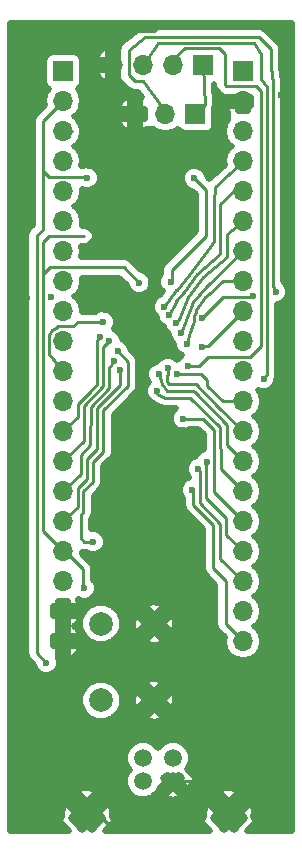
<source format=gbr>
G04 #@! TF.FileFunction,Copper,L2,Bot,Signal*
%FSLAX46Y46*%
G04 Gerber Fmt 4.6, Leading zero omitted, Abs format (unit mm)*
G04 Created by KiCad (PCBNEW 4.0.7) date 10/06/20 21:35:31*
%MOMM*%
%LPD*%
G01*
G04 APERTURE LIST*
%ADD10C,0.100000*%
%ADD11R,1.700000X1.700000*%
%ADD12O,1.700000X1.700000*%
%ADD13C,2.000000*%
%ADD14C,1.520000*%
%ADD15C,2.700000*%
%ADD16C,0.600000*%
%ADD17C,0.250000*%
%ADD18C,0.350000*%
%ADD19C,0.500000*%
G04 APERTURE END LIST*
D10*
D11*
X61110000Y-34158000D03*
D12*
X61110000Y-36698000D03*
X61110000Y-39238000D03*
X61110000Y-41778000D03*
X61110000Y-44318000D03*
X61110000Y-46858000D03*
X61110000Y-49398000D03*
X61110000Y-51938000D03*
X61110000Y-54478000D03*
X61110000Y-57018000D03*
X61110000Y-59558000D03*
X61110000Y-62098000D03*
X61110000Y-64638000D03*
X61110000Y-67178000D03*
X61110000Y-69718000D03*
X61110000Y-72258000D03*
X61110000Y-74798000D03*
X61110000Y-77338000D03*
X61110000Y-79878000D03*
X61110000Y-82418000D03*
D13*
X68828000Y-87416000D03*
X64328000Y-87416000D03*
X68828000Y-80916000D03*
X64328000Y-80916000D03*
D11*
X76350000Y-34158000D03*
D12*
X76350000Y-36698000D03*
X76350000Y-39238000D03*
X76350000Y-41778000D03*
X76350000Y-44318000D03*
X76350000Y-46858000D03*
X76350000Y-49398000D03*
X76350000Y-51938000D03*
X76350000Y-54478000D03*
X76350000Y-57018000D03*
X76350000Y-59558000D03*
X76350000Y-62098000D03*
X76350000Y-64638000D03*
X76350000Y-67178000D03*
X76350000Y-69718000D03*
X76350000Y-72258000D03*
X76350000Y-74798000D03*
X76350000Y-77338000D03*
X76350000Y-79878000D03*
X76350000Y-82418000D03*
D11*
X72974200Y-33591500D03*
D12*
X70434200Y-33591500D03*
X67894200Y-33591500D03*
X65354200Y-33591500D03*
D14*
X67868000Y-92276000D03*
X70408000Y-92276000D03*
X70408000Y-94276000D03*
X67868000Y-94276000D03*
D15*
X63138000Y-96976000D03*
X75138000Y-96976000D03*
D11*
X72298000Y-37776000D03*
D12*
X69758000Y-37776000D03*
X67218000Y-37776000D03*
D16*
X59698000Y-84226000D03*
X63144400Y-43180000D03*
X72218000Y-43216000D03*
X70231000Y-52006500D03*
X71788000Y-40796000D03*
X74368000Y-41326000D03*
X71798000Y-97776000D03*
X68298000Y-98276000D03*
X65298000Y-98276000D03*
X73798000Y-94276000D03*
X76798000Y-94276000D03*
X78798000Y-93276000D03*
X80298000Y-90776000D03*
X80298000Y-87776000D03*
X80298000Y-84776000D03*
X80298000Y-80776000D03*
X80298000Y-78276000D03*
X80298000Y-75776000D03*
X80298000Y-73276000D03*
X80298000Y-70776000D03*
X80298000Y-68276000D03*
X80298000Y-66276000D03*
X80298000Y-63276000D03*
X80298000Y-60776000D03*
X80298000Y-58276000D03*
X80298000Y-55776000D03*
X80298000Y-50776000D03*
X80298000Y-48276000D03*
X80298000Y-45776000D03*
X79798000Y-42776000D03*
X79798000Y-40276000D03*
X79798000Y-38276000D03*
X79798000Y-35276000D03*
X79798000Y-32776000D03*
X78798000Y-30776000D03*
X76298000Y-30276000D03*
X74298000Y-30276000D03*
X71798000Y-30276000D03*
X69298000Y-30276000D03*
X66298000Y-30776000D03*
X63298000Y-30776000D03*
X60798000Y-31276000D03*
X58798000Y-31276000D03*
X57798000Y-32276000D03*
X57298000Y-35276000D03*
X57298000Y-38776000D03*
X57298000Y-40276000D03*
X57298000Y-42276000D03*
X57798000Y-45776000D03*
X57298000Y-48276000D03*
X56798000Y-50776000D03*
X56798000Y-53276000D03*
X56798000Y-55776000D03*
X57298000Y-58276000D03*
X57298000Y-60776000D03*
X57298000Y-63276000D03*
X56798000Y-65776000D03*
X57298000Y-68276000D03*
X57298000Y-70776000D03*
X57298000Y-73276000D03*
X57298000Y-76276000D03*
X56798000Y-78276000D03*
X57298000Y-81276000D03*
X57298000Y-83776000D03*
X56798000Y-86276000D03*
X56798000Y-89276000D03*
X56798000Y-92776000D03*
X57298000Y-94776000D03*
X58298000Y-95776000D03*
X60298000Y-96276000D03*
X66248000Y-79776000D03*
X66648000Y-75226000D03*
X64098000Y-71176000D03*
X65698000Y-69226000D03*
X61238000Y-89826000D03*
X72038000Y-84616000D03*
X73728000Y-84136000D03*
X71228000Y-64526000D03*
X71238000Y-65866000D03*
X79578000Y-36166000D03*
X63628000Y-37146000D03*
X71338000Y-48626000D03*
X71758000Y-46186000D03*
X68938000Y-49496000D03*
X65138000Y-47346000D03*
X63948000Y-46996000D03*
X67738000Y-48116000D03*
X68755260Y-53378100D03*
X65786000Y-52451000D03*
X67691000Y-55245000D03*
X58039000Y-53340000D03*
X60045600Y-53238400D03*
X64307720Y-52430680D03*
X62898000Y-77926000D03*
X67538000Y-52056000D03*
X71691500Y-59118500D03*
X78079600Y-60198000D03*
X69667120Y-54099460D03*
X70065900Y-54808120D03*
X70627240Y-55471060D03*
X71564500Y-57218580D03*
X72862440Y-57538620D03*
X64516000Y-55372000D03*
X70739000Y-59817000D03*
X64262000Y-56642000D03*
X69977000Y-59309000D03*
X65024000Y-56959500D03*
X69215000Y-59817000D03*
X65405000Y-58674000D03*
X69088000Y-61214000D03*
X65913000Y-59436000D03*
X71297800Y-63550800D03*
X73253600Y-67208400D03*
X72542400Y-67818000D03*
X72034400Y-69596000D03*
X79128000Y-52806000D03*
X72890380Y-55024020D03*
X77216000Y-53187600D03*
X71107300Y-56339740D03*
X63648000Y-73976000D03*
X65722500Y-57848500D03*
D17*
X58877200Y-83386000D02*
X58877200Y-83405200D01*
X58877200Y-83405200D02*
X59698000Y-84226000D01*
X58877200Y-48056800D02*
X58877200Y-83386000D01*
X73215500Y-45096000D02*
X73215500Y-44213500D01*
X59436000Y-42570400D02*
X59436000Y-42316400D01*
X59944000Y-43078400D02*
X59436000Y-42570400D01*
X63042800Y-43078400D02*
X59944000Y-43078400D01*
X63144400Y-43180000D02*
X63042800Y-43078400D01*
X73215500Y-44213500D02*
X72218000Y-43216000D01*
X73215500Y-48069500D02*
X73215500Y-45096000D01*
X73215500Y-45096000D02*
X73215500Y-44894500D01*
X70231000Y-52006500D02*
X70294500Y-51943000D01*
X70294500Y-51943000D02*
X70294500Y-50990500D01*
X70294500Y-50990500D02*
X73215500Y-48069500D01*
X59436000Y-47498000D02*
X58877200Y-48056800D01*
X59436000Y-42316400D02*
X59436000Y-47498000D01*
X59436000Y-38372000D02*
X61110000Y-36698000D01*
X59436000Y-42316400D02*
X59436000Y-38372000D01*
X63138000Y-96976000D02*
X63998000Y-96976000D01*
X63998000Y-96976000D02*
X65298000Y-98276000D01*
X68798000Y-97776000D02*
X71798000Y-97776000D01*
X68298000Y-98276000D02*
X68798000Y-97776000D01*
X76798000Y-94276000D02*
X77798000Y-93276000D01*
X77798000Y-93276000D02*
X78798000Y-93276000D01*
X80298000Y-90776000D02*
X80298000Y-87776000D01*
X80298000Y-84776000D02*
X80298000Y-80776000D01*
X80298000Y-78276000D02*
X80298000Y-75776000D01*
X80298000Y-73276000D02*
X80298000Y-70776000D01*
X80298000Y-68276000D02*
X80298000Y-66276000D01*
X80298000Y-63276000D02*
X80298000Y-60776000D01*
X80298000Y-58276000D02*
X80298000Y-55776000D01*
X80298000Y-50776000D02*
X80298000Y-48276000D01*
X80298000Y-45776000D02*
X79798000Y-45276000D01*
X79798000Y-45276000D02*
X79798000Y-42776000D01*
X79798000Y-40276000D02*
X79798000Y-38276000D01*
X79798000Y-35276000D02*
X79798000Y-32776000D01*
X78798000Y-30776000D02*
X78298000Y-30276000D01*
X78298000Y-30276000D02*
X76298000Y-30276000D01*
X74298000Y-30276000D02*
X71798000Y-30276000D01*
X69298000Y-30276000D02*
X68798000Y-30776000D01*
X68798000Y-30776000D02*
X66298000Y-30776000D01*
X63298000Y-30776000D02*
X62798000Y-31276000D01*
X62798000Y-31276000D02*
X60798000Y-31276000D01*
X58798000Y-31276000D02*
X57798000Y-32276000D01*
X57298000Y-35276000D02*
X57298000Y-38776000D01*
X57298000Y-40276000D02*
X57298000Y-42276000D01*
X57798000Y-45776000D02*
X57298000Y-46276000D01*
X57298000Y-46276000D02*
X57298000Y-48276000D01*
X56798000Y-50776000D02*
X56798000Y-53276000D01*
X56798000Y-55776000D02*
X57298000Y-56276000D01*
X57298000Y-56276000D02*
X57298000Y-58276000D01*
X57298000Y-60776000D02*
X57298000Y-63276000D01*
X56798000Y-65776000D02*
X57298000Y-66276000D01*
X57298000Y-66276000D02*
X57298000Y-68276000D01*
X57298000Y-70776000D02*
X57298000Y-73276000D01*
X57298000Y-76276000D02*
X56798000Y-76776000D01*
X56798000Y-76776000D02*
X56798000Y-78276000D01*
X57298000Y-81276000D02*
X57298000Y-83776000D01*
X56798000Y-86276000D02*
X56798000Y-89276000D01*
X73798000Y-94276000D02*
X70408000Y-94276000D01*
X56798000Y-94276000D02*
X56798000Y-92776000D01*
X57298000Y-94776000D02*
X56798000Y-94276000D01*
X59798000Y-95776000D02*
X58298000Y-95776000D01*
X60298000Y-96276000D02*
X59798000Y-95776000D01*
X71228000Y-64526000D02*
X71228000Y-64486000D01*
X67738000Y-48116000D02*
X67738000Y-48136000D01*
D18*
X75138000Y-96976000D02*
X75487000Y-96976000D01*
D19*
X76218000Y-36830000D02*
X76350000Y-36698000D01*
D17*
X60045600Y-53238400D02*
X60096400Y-53238400D01*
X61110000Y-39238000D02*
X61854000Y-39238000D01*
X61110000Y-74798000D02*
X61270000Y-74798000D01*
X61270000Y-74798000D02*
X62798000Y-76326000D01*
X62798000Y-77826000D02*
X62898000Y-77926000D01*
X62798000Y-76326000D02*
X62798000Y-77826000D01*
X64328000Y-80916000D02*
X64328000Y-80316000D01*
X64328000Y-80316000D02*
X64318000Y-80306000D01*
X59385200Y-51576000D02*
X59385200Y-51328800D01*
X66238000Y-50756000D02*
X67538000Y-52056000D01*
X59958000Y-50756000D02*
X66238000Y-50756000D01*
X59385200Y-51328800D02*
X59958000Y-50756000D01*
X62890400Y-48107600D02*
X59893200Y-48107600D01*
X59893200Y-48107600D02*
X59385200Y-48615600D01*
X59385200Y-48615600D02*
X59385200Y-51576000D01*
X59385200Y-51576000D02*
X59385200Y-73073200D01*
X59385200Y-73073200D02*
X61110000Y-74798000D01*
X61110000Y-74798000D02*
X61110000Y-75161000D01*
X61110000Y-74798000D02*
X61028500Y-74798000D01*
X72974200Y-33591500D02*
X73094200Y-36979800D01*
X73094200Y-36979800D02*
X72298000Y-37776000D01*
X70434200Y-33591500D02*
X70434200Y-33141002D01*
X70434200Y-33141002D02*
X71388000Y-32187202D01*
X74798000Y-35301000D02*
X74930000Y-35433000D01*
X74798000Y-32686000D02*
X74798000Y-35301000D01*
X74299202Y-32187202D02*
X74798000Y-32686000D01*
X71388000Y-32187202D02*
X74299202Y-32187202D01*
X77851000Y-56959500D02*
X77851000Y-57404000D01*
X77470000Y-35433000D02*
X74930000Y-35433000D01*
X77851000Y-35814000D02*
X77470000Y-35433000D01*
X77851000Y-56959500D02*
X77851000Y-35814000D01*
X77851000Y-57404000D02*
X76898500Y-58356500D01*
X76898500Y-58356500D02*
X73406000Y-58356500D01*
X73406000Y-58356500D02*
X72644000Y-59118500D01*
X72644000Y-59118500D02*
X71691500Y-59118500D01*
X70434200Y-33591500D02*
X70434200Y-34099500D01*
X69158500Y-31737200D02*
X67894200Y-33591500D01*
X77248400Y-31737200D02*
X69158500Y-31737200D01*
X77825600Y-32664400D02*
X77248400Y-31737200D01*
X77825600Y-34798000D02*
X77825600Y-32664400D01*
X78366000Y-35468400D02*
X77825600Y-34798000D01*
X78366000Y-59801600D02*
X78366000Y-35468400D01*
X78079600Y-60198000D02*
X78366000Y-59801600D01*
X61110000Y-34158000D02*
X61028500Y-34158000D01*
X73893680Y-48417480D02*
X73893680Y-48534320D01*
X73893680Y-48534320D02*
X73563480Y-49042320D01*
X71087473Y-52223207D02*
X70779537Y-52687174D01*
X71757540Y-51401980D02*
X71087473Y-52223207D01*
X73563480Y-49042320D02*
X71757540Y-51401980D01*
X69667120Y-54099460D02*
X70672857Y-52687174D01*
X70672857Y-52687174D02*
X70779537Y-52687174D01*
X74000360Y-43980320D02*
X76350000Y-41778000D01*
X73868280Y-45328840D02*
X74000360Y-43980320D01*
X73893680Y-45450760D02*
X73868280Y-45328840D01*
X73893680Y-48417480D02*
X73893680Y-45450760D01*
X76350000Y-41778000D02*
X75824000Y-41778000D01*
X76350000Y-41778000D02*
X76350000Y-42095280D01*
X74366120Y-49606200D02*
X74366120Y-45354240D01*
X74366120Y-45354240D02*
X75564920Y-44318000D01*
X75564920Y-44318000D02*
X76350000Y-44318000D01*
X70695820Y-53710840D02*
X70695820Y-53634640D01*
X72414427Y-51316830D02*
X74366120Y-49606200D01*
X71329180Y-52856535D02*
X72414427Y-51316830D01*
X70695820Y-53634640D02*
X71329180Y-52856535D01*
X70665340Y-53710840D02*
X70695820Y-53710840D01*
X70065900Y-54808120D02*
X70665340Y-53710840D01*
X70627240Y-55471060D02*
X70901560Y-55138320D01*
X70901560Y-55138320D02*
X71722527Y-53235399D01*
X74960480Y-47937640D02*
X76350000Y-46858000D01*
X74960480Y-49865280D02*
X74960480Y-47937640D01*
X72981820Y-51595020D02*
X74960480Y-49865280D01*
X71722527Y-53235399D02*
X72981820Y-51595020D01*
X76078000Y-46858000D02*
X76350000Y-46858000D01*
X76350000Y-51938000D02*
X74660680Y-51938000D01*
X71739760Y-56448960D02*
X71564500Y-57218580D01*
X72148426Y-55285036D02*
X71739760Y-56448960D01*
X72204580Y-54805580D02*
X72148426Y-55285036D01*
X72351900Y-54658260D02*
X72204580Y-54805580D01*
X72364600Y-54373780D02*
X72351900Y-54658260D01*
X73140751Y-53279657D02*
X72364600Y-54373780D01*
X73432877Y-53021794D02*
X73140751Y-53279657D01*
X74660680Y-51938000D02*
X73432877Y-53021794D01*
X73380820Y-57447180D02*
X76350000Y-54478000D01*
X72953880Y-57447180D02*
X73380820Y-57447180D01*
X72862440Y-57538620D02*
X72953880Y-57447180D01*
X76078000Y-54478000D02*
X76350000Y-54478000D01*
X59880500Y-58074500D02*
X61110000Y-59558000D01*
X59880500Y-56515000D02*
X59880500Y-58074500D01*
X60198000Y-56070500D02*
X59880500Y-56515000D01*
X60515500Y-55880000D02*
X60198000Y-56070500D01*
X60706000Y-55753000D02*
X60515500Y-55880000D01*
X61976000Y-55753000D02*
X60706000Y-55753000D01*
X62357000Y-55372000D02*
X61976000Y-55753000D01*
X64516000Y-55372000D02*
X62357000Y-55372000D01*
X74607500Y-62098000D02*
X76350000Y-62098000D01*
X73279000Y-60769500D02*
X74607500Y-62098000D01*
X73279000Y-60325000D02*
X73279000Y-60769500D01*
X72771000Y-59817000D02*
X73279000Y-60325000D01*
X70739000Y-59817000D02*
X72771000Y-59817000D01*
X62357000Y-62357000D02*
X62357000Y-62293500D01*
X62357000Y-62293500D02*
X63373000Y-61277500D01*
X62357000Y-63391000D02*
X61110000Y-64638000D01*
X62357000Y-62357000D02*
X62357000Y-63391000D01*
X64008000Y-60642500D02*
X63373000Y-61277500D01*
X64008000Y-56896000D02*
X64008000Y-60642500D01*
X64262000Y-56642000D02*
X64008000Y-56896000D01*
X74259500Y-62547500D02*
X76350000Y-64638000D01*
X74231500Y-62547500D02*
X74259500Y-62547500D01*
X72326500Y-60642500D02*
X74231500Y-62547500D01*
X70104000Y-60642500D02*
X72326500Y-60642500D01*
X69913500Y-60452000D02*
X70104000Y-60642500D01*
X69977000Y-59309000D02*
X69913500Y-60452000D01*
X76004500Y-64638000D02*
X76350000Y-64638000D01*
X62865000Y-65423000D02*
X61110000Y-67178000D01*
X62865000Y-62484000D02*
X62865000Y-65423000D01*
X64516000Y-60833000D02*
X62865000Y-62484000D01*
X64516000Y-57467500D02*
X64516000Y-60833000D01*
X65024000Y-56959500D02*
X64516000Y-57467500D01*
X69215000Y-59817000D02*
X69469000Y-60642500D01*
X72263000Y-61341000D02*
X74993500Y-64071500D01*
X74993500Y-64071500D02*
X74993500Y-65821500D01*
X76350000Y-67178000D02*
X74993500Y-65821500D01*
X72136000Y-61214000D02*
X72263000Y-61341000D01*
X69913500Y-61214000D02*
X72136000Y-61214000D01*
X69469000Y-60642500D02*
X69913500Y-61214000D01*
X65405000Y-58674000D02*
X65024000Y-59245500D01*
X65024000Y-59245500D02*
X65024000Y-60961398D01*
X65024000Y-60961398D02*
X63436500Y-62548898D01*
X63436500Y-62548898D02*
X63398000Y-65826000D01*
X63398000Y-65826000D02*
X62611000Y-66611500D01*
X62611000Y-66611500D02*
X62611000Y-68217000D01*
X62611000Y-68217000D02*
X61110000Y-69718000D01*
X69088000Y-61214000D02*
X69088000Y-61468000D01*
X69088000Y-61468000D02*
X69723000Y-61785500D01*
X76350000Y-69718000D02*
X74485500Y-67853500D01*
X74410237Y-64235260D02*
X74485500Y-67853500D01*
X71882000Y-61785500D02*
X74410237Y-64235260D01*
X69723000Y-61785500D02*
X71882000Y-61785500D01*
X69088000Y-61214000D02*
X69151500Y-61277500D01*
X65913000Y-59436000D02*
X65913000Y-60708796D01*
X65913000Y-60708796D02*
X65474002Y-61147794D01*
X65474002Y-61147794D02*
X63944500Y-62677296D01*
X62357000Y-71011000D02*
X61110000Y-72258000D01*
X62357000Y-69469000D02*
X62357000Y-71011000D01*
X63119000Y-68707000D02*
X62357000Y-69469000D01*
X63119000Y-66992500D02*
X63119000Y-68707000D01*
X63944500Y-66167000D02*
X63119000Y-66992500D01*
X63944500Y-62677296D02*
X63944500Y-66167000D01*
X73888600Y-69796600D02*
X76350000Y-72258000D01*
X73888600Y-64541400D02*
X73888600Y-69796600D01*
X72923400Y-63576200D02*
X73888600Y-64541400D01*
X71323200Y-63576200D02*
X72923400Y-63576200D01*
X71297800Y-63550800D02*
X71323200Y-63576200D01*
X73202800Y-67259200D02*
X73202800Y-70256400D01*
X73253600Y-67208400D02*
X73202800Y-67259200D01*
X73202800Y-70256400D02*
X74930000Y-71983600D01*
X74930000Y-71983600D02*
X74930000Y-73378000D01*
X74930000Y-73378000D02*
X76350000Y-74798000D01*
X72694800Y-67970400D02*
X72694800Y-70713600D01*
X72542400Y-67818000D02*
X72694800Y-67970400D01*
X72694800Y-70713600D02*
X74422000Y-72440800D01*
X74422000Y-72440800D02*
X74422000Y-75410000D01*
X74422000Y-75410000D02*
X76350000Y-77338000D01*
X72136000Y-69697600D02*
X72136000Y-70866000D01*
X72034400Y-69596000D02*
X72136000Y-69697600D01*
X74879200Y-80947200D02*
X76350000Y-82418000D01*
X74879200Y-77266800D02*
X74879200Y-80947200D01*
X73812400Y-76200000D02*
X74879200Y-77266800D01*
X73812400Y-72542400D02*
X73812400Y-76200000D01*
X72136000Y-70866000D02*
X73812400Y-72542400D01*
X69758000Y-37776000D02*
X69758000Y-37526000D01*
X69758000Y-37526000D02*
X67898000Y-35016000D01*
X67898000Y-35016000D02*
X67158000Y-35016000D01*
X67158000Y-35016000D02*
X66648000Y-34506000D01*
X66648000Y-34506000D02*
X66648000Y-32346000D01*
X66648000Y-32346000D02*
X68028000Y-31276000D01*
X68028000Y-31276000D02*
X77658000Y-31276000D01*
X77658000Y-31276000D02*
X78718000Y-32306000D01*
X78718000Y-32306000D02*
X78718000Y-33816000D01*
X78718000Y-33816000D02*
X78868000Y-35106000D01*
X78868000Y-35106000D02*
X78868000Y-52306000D01*
X78868000Y-52306000D02*
X79128000Y-52806000D01*
X77139800Y-53263800D02*
X77216000Y-53187600D01*
X74665840Y-53263800D02*
X77139800Y-53263800D01*
X72890380Y-55024020D02*
X74665840Y-53263800D01*
X73168447Y-52403706D02*
X76350000Y-49398000D01*
X72129470Y-53725849D02*
X73168447Y-52403706D01*
X71511976Y-55228116D02*
X72129470Y-53725849D01*
X71097140Y-56329580D02*
X71511976Y-55228116D01*
X71107300Y-56339740D02*
X71097140Y-56329580D01*
X76350000Y-49398000D02*
X76078000Y-49398000D01*
X62611000Y-73376000D02*
X62611000Y-73689000D01*
X62898000Y-73976000D02*
X63648000Y-73976000D01*
X62611000Y-73689000D02*
X62898000Y-73976000D01*
X64516000Y-66363002D02*
X64510498Y-66363002D01*
X62611000Y-71691500D02*
X62611000Y-73376000D01*
X62807002Y-71495498D02*
X62611000Y-71691500D01*
X62807002Y-69717498D02*
X62807002Y-71495498D01*
X63627000Y-68897500D02*
X62807002Y-69717498D01*
X63627000Y-67246500D02*
X63627000Y-68897500D01*
X64510498Y-66363002D02*
X63627000Y-67246500D01*
X64516000Y-66363002D02*
X64516000Y-66103500D01*
X64516000Y-62865000D02*
X64516000Y-66363002D01*
X66611500Y-60769500D02*
X64516000Y-62865000D01*
X66611500Y-58737500D02*
X66611500Y-60769500D01*
X65722500Y-57848500D02*
X66611500Y-58737500D01*
D19*
G36*
X80473000Y-98451000D02*
X76695640Y-98451000D01*
X77538205Y-97608435D01*
X77223512Y-97293742D01*
X77279748Y-96796008D01*
X77185597Y-96322679D01*
X76916294Y-96152301D01*
X76092594Y-96976000D01*
X76513323Y-97396729D01*
X75558729Y-98351323D01*
X75138000Y-97930594D01*
X74717271Y-98351323D01*
X73762677Y-97396729D01*
X74183406Y-96976000D01*
X73359706Y-96152301D01*
X73090403Y-96322679D01*
X72996252Y-97155992D01*
X73028436Y-97317794D01*
X72737795Y-97608435D01*
X73580360Y-98451000D01*
X64695640Y-98451000D01*
X65538205Y-97608435D01*
X65223512Y-97293742D01*
X65279748Y-96796008D01*
X65185597Y-96322679D01*
X64916294Y-96152301D01*
X64092594Y-96976000D01*
X64513323Y-97396729D01*
X63558729Y-98351323D01*
X63138000Y-97930594D01*
X62717271Y-98351323D01*
X61762677Y-97396729D01*
X62183406Y-96976000D01*
X61359706Y-96152301D01*
X61090403Y-96322679D01*
X60996252Y-97155992D01*
X61028436Y-97317794D01*
X60737795Y-97608435D01*
X61580360Y-98451000D01*
X56623000Y-98451000D01*
X56623000Y-95197706D01*
X62314301Y-95197706D01*
X63138000Y-96021406D01*
X63961699Y-95197706D01*
X63791321Y-94928403D01*
X62958008Y-94834252D01*
X62484679Y-94928403D01*
X62314301Y-95197706D01*
X56623000Y-95197706D01*
X56623000Y-92575040D01*
X66357738Y-92575040D01*
X66587138Y-93130229D01*
X66732536Y-93275882D01*
X66588630Y-93419537D01*
X66358262Y-93974325D01*
X66357738Y-94575040D01*
X66587138Y-95130229D01*
X67011537Y-95555370D01*
X67566325Y-95785738D01*
X68167040Y-95786262D01*
X68722229Y-95556862D01*
X68812481Y-95466767D01*
X69754634Y-95466767D01*
X69833534Y-95713179D01*
X70427247Y-95823619D01*
X70982466Y-95713179D01*
X71061366Y-95466767D01*
X70792305Y-95197706D01*
X74314301Y-95197706D01*
X75138000Y-96021406D01*
X75961699Y-95197706D01*
X75791321Y-94928403D01*
X74958008Y-94834252D01*
X74484679Y-94928403D01*
X74314301Y-95197706D01*
X70792305Y-95197706D01*
X70408000Y-94813401D01*
X69754634Y-95466767D01*
X68812481Y-95466767D01*
X69147370Y-95132463D01*
X69241978Y-94904621D01*
X69870599Y-94276000D01*
X69601899Y-94007300D01*
X69906454Y-93702744D01*
X70106325Y-93785738D01*
X70707040Y-93786262D01*
X70909436Y-93702634D01*
X71214102Y-94007300D01*
X70945401Y-94276000D01*
X71598767Y-94929366D01*
X71845179Y-94850466D01*
X71900911Y-94550859D01*
X72382839Y-94068931D01*
X71566765Y-93252857D01*
X71687370Y-93132463D01*
X71917738Y-92577675D01*
X71918262Y-91976960D01*
X71688862Y-91421771D01*
X71264463Y-90996630D01*
X70709675Y-90766262D01*
X70108960Y-90765738D01*
X69553771Y-90995138D01*
X69137647Y-91410536D01*
X68724463Y-90996630D01*
X68169675Y-90766262D01*
X67568960Y-90765738D01*
X67013771Y-90995138D01*
X66588630Y-91419537D01*
X66358262Y-91974325D01*
X66357738Y-92575040D01*
X56623000Y-92575040D01*
X56623000Y-87762569D01*
X62577696Y-87762569D01*
X62843557Y-88406001D01*
X63335410Y-88898713D01*
X63978376Y-89165696D01*
X64674569Y-89166304D01*
X65318001Y-88900443D01*
X65372086Y-88846452D01*
X68104655Y-88846452D01*
X68220759Y-89102448D01*
X68912358Y-89206455D01*
X69435241Y-89102448D01*
X69551345Y-88846452D01*
X68828000Y-88123107D01*
X68104655Y-88846452D01*
X65372086Y-88846452D01*
X65810713Y-88408590D01*
X66077696Y-87765624D01*
X66077927Y-87500358D01*
X67037545Y-87500358D01*
X67141552Y-88023241D01*
X67397548Y-88139345D01*
X68120893Y-87416000D01*
X69535107Y-87416000D01*
X70258452Y-88139345D01*
X70514448Y-88023241D01*
X70618455Y-87331642D01*
X70514448Y-86808759D01*
X70258452Y-86692655D01*
X69535107Y-87416000D01*
X68120893Y-87416000D01*
X67397548Y-86692655D01*
X67141552Y-86808759D01*
X67037545Y-87500358D01*
X66077927Y-87500358D01*
X66078304Y-87069431D01*
X65812443Y-86425999D01*
X65372760Y-85985548D01*
X68104655Y-85985548D01*
X68828000Y-86708893D01*
X69551345Y-85985548D01*
X69435241Y-85729552D01*
X68743642Y-85625545D01*
X68220759Y-85729552D01*
X68104655Y-85985548D01*
X65372760Y-85985548D01*
X65320590Y-85933287D01*
X64677624Y-85666304D01*
X63981431Y-85665696D01*
X63337999Y-85931557D01*
X62845287Y-86423410D01*
X62578304Y-87066376D01*
X62577696Y-87762569D01*
X56623000Y-87762569D01*
X56623000Y-48056800D01*
X58002200Y-48056800D01*
X58002200Y-83405200D01*
X58047004Y-83630446D01*
X58068805Y-83740048D01*
X58258482Y-84023918D01*
X58647836Y-84413272D01*
X58647818Y-84433942D01*
X58807334Y-84820000D01*
X59102446Y-85115628D01*
X59488226Y-85275818D01*
X59905942Y-85276182D01*
X60292000Y-85116666D01*
X60587628Y-84821554D01*
X60747818Y-84435774D01*
X60748182Y-84018058D01*
X60654980Y-83792493D01*
X60685000Y-83779350D01*
X60685000Y-82843000D01*
X61535000Y-82843000D01*
X61535000Y-83779350D01*
X61772374Y-83883272D01*
X62282689Y-83518255D01*
X62575241Y-83080369D01*
X62463336Y-82843000D01*
X61535000Y-82843000D01*
X60685000Y-82843000D01*
X60260000Y-82843000D01*
X60260000Y-81993000D01*
X60685000Y-81993000D01*
X60685000Y-80303000D01*
X61535000Y-80303000D01*
X61535000Y-81993000D01*
X62463336Y-81993000D01*
X62575241Y-81755631D01*
X62282689Y-81317745D01*
X62205550Y-81262569D01*
X62577696Y-81262569D01*
X62843557Y-81906001D01*
X63335410Y-82398713D01*
X63978376Y-82665696D01*
X64674569Y-82666304D01*
X65318001Y-82400443D01*
X65372086Y-82346452D01*
X68104655Y-82346452D01*
X68220759Y-82602448D01*
X68912358Y-82706455D01*
X69435241Y-82602448D01*
X69551345Y-82346452D01*
X68828000Y-81623107D01*
X68104655Y-82346452D01*
X65372086Y-82346452D01*
X65810713Y-81908590D01*
X66077696Y-81265624D01*
X66077927Y-81000358D01*
X67037545Y-81000358D01*
X67141552Y-81523241D01*
X67397548Y-81639345D01*
X68120893Y-80916000D01*
X69535107Y-80916000D01*
X70258452Y-81639345D01*
X70514448Y-81523241D01*
X70618455Y-80831642D01*
X70514448Y-80308759D01*
X70258452Y-80192655D01*
X69535107Y-80916000D01*
X68120893Y-80916000D01*
X67397548Y-80192655D01*
X67141552Y-80308759D01*
X67037545Y-81000358D01*
X66077927Y-81000358D01*
X66078304Y-80569431D01*
X65812443Y-79925999D01*
X65372760Y-79485548D01*
X68104655Y-79485548D01*
X68828000Y-80208893D01*
X69551345Y-79485548D01*
X69435241Y-79229552D01*
X68743642Y-79125545D01*
X68220759Y-79229552D01*
X68104655Y-79485548D01*
X65372760Y-79485548D01*
X65320590Y-79433287D01*
X64677624Y-79166304D01*
X63981431Y-79165696D01*
X63337999Y-79431557D01*
X62845287Y-79923410D01*
X62578304Y-80566376D01*
X62577696Y-81262569D01*
X62205550Y-81262569D01*
X62045376Y-81148000D01*
X62282689Y-80978255D01*
X62575241Y-80540369D01*
X62463336Y-80303000D01*
X61535000Y-80303000D01*
X60685000Y-80303000D01*
X60260000Y-80303000D01*
X60260000Y-79453000D01*
X60685000Y-79453000D01*
X60685000Y-79028000D01*
X61535000Y-79028000D01*
X61535000Y-79453000D01*
X62463336Y-79453000D01*
X62575241Y-79215631D01*
X62360002Y-78893466D01*
X62360002Y-78839528D01*
X62688226Y-78975818D01*
X63105942Y-78976182D01*
X63492000Y-78816666D01*
X63787628Y-78521554D01*
X63947818Y-78135774D01*
X63948182Y-77718058D01*
X63788666Y-77332000D01*
X63673000Y-77216132D01*
X63673000Y-76326000D01*
X63606395Y-75991152D01*
X63606395Y-75991151D01*
X63416718Y-75707281D01*
X62702538Y-74993101D01*
X62737167Y-74819009D01*
X62898000Y-74851000D01*
X63037844Y-74851000D01*
X63052446Y-74865628D01*
X63438226Y-75025818D01*
X63855942Y-75026182D01*
X64242000Y-74866666D01*
X64537628Y-74571554D01*
X64697818Y-74185774D01*
X64698182Y-73768058D01*
X64538666Y-73382000D01*
X64243554Y-73086372D01*
X63857774Y-72926182D01*
X63486000Y-72925858D01*
X63486000Y-72024002D01*
X63615397Y-71830346D01*
X63682002Y-71495498D01*
X63682002Y-70079934D01*
X64245718Y-69516219D01*
X64435395Y-69232349D01*
X64461863Y-69099282D01*
X64502000Y-68897500D01*
X64502000Y-67608936D01*
X65118140Y-66992797D01*
X65134718Y-66981720D01*
X65324395Y-66697850D01*
X65391000Y-66363002D01*
X65391000Y-63227436D01*
X67230219Y-61388218D01*
X67419895Y-61104348D01*
X67486500Y-60769500D01*
X67486500Y-58737500D01*
X67419895Y-58402652D01*
X67389057Y-58356500D01*
X67230219Y-58118782D01*
X66772664Y-57661228D01*
X66772682Y-57640558D01*
X66613166Y-57254500D01*
X66318054Y-56958872D01*
X66074090Y-56857569D01*
X66074182Y-56751558D01*
X65914666Y-56365500D01*
X65619554Y-56069872D01*
X65396086Y-55977080D01*
X65405628Y-55967554D01*
X65565818Y-55581774D01*
X65566182Y-55164058D01*
X65406666Y-54778000D01*
X65111554Y-54482372D01*
X64725774Y-54322182D01*
X64308058Y-54321818D01*
X63922000Y-54481334D01*
X63906307Y-54497000D01*
X62737567Y-54497000D01*
X62741346Y-54478000D01*
X62619553Y-53865707D01*
X62272717Y-53346629D01*
X62065244Y-53208000D01*
X62272717Y-53069371D01*
X62619553Y-52550293D01*
X62741346Y-51938000D01*
X62680280Y-51631000D01*
X65875564Y-51631000D01*
X66487836Y-52243273D01*
X66487818Y-52263942D01*
X66647334Y-52650000D01*
X66942446Y-52945628D01*
X67328226Y-53105818D01*
X67745942Y-53106182D01*
X68132000Y-52946666D01*
X68427628Y-52651554D01*
X68587818Y-52265774D01*
X68588182Y-51848058D01*
X68428666Y-51462000D01*
X68133554Y-51166372D01*
X67747774Y-51006182D01*
X67725599Y-51006163D01*
X66856718Y-50137282D01*
X66572848Y-49947605D01*
X66238000Y-49881000D01*
X62645271Y-49881000D01*
X62741346Y-49398000D01*
X62658718Y-48982600D01*
X62890400Y-48982600D01*
X63225248Y-48915995D01*
X63509118Y-48726318D01*
X63698795Y-48442448D01*
X63765400Y-48107600D01*
X63698795Y-47772752D01*
X63509118Y-47488882D01*
X63225248Y-47299205D01*
X62890400Y-47232600D01*
X62666833Y-47232600D01*
X62741346Y-46858000D01*
X62619553Y-46245707D01*
X62272717Y-45726629D01*
X62065244Y-45588000D01*
X62272717Y-45449371D01*
X62619553Y-44930293D01*
X62741346Y-44318000D01*
X62704825Y-44134396D01*
X62934626Y-44229818D01*
X63352342Y-44230182D01*
X63738400Y-44070666D01*
X64034028Y-43775554D01*
X64194218Y-43389774D01*
X64194582Y-42972058D01*
X64035066Y-42586000D01*
X63739954Y-42290372D01*
X63354174Y-42130182D01*
X62936458Y-42129818D01*
X62758376Y-42203400D01*
X62656728Y-42203400D01*
X62741346Y-41778000D01*
X62619553Y-41165707D01*
X62272717Y-40646629D01*
X62065244Y-40508000D01*
X62272717Y-40369371D01*
X62619553Y-39850293D01*
X62741346Y-39238000D01*
X62619553Y-38625707D01*
X62494382Y-38438374D01*
X65752728Y-38438374D01*
X66117745Y-38948689D01*
X66555631Y-39241241D01*
X66793000Y-39129336D01*
X66793000Y-38201000D01*
X65856650Y-38201000D01*
X65752728Y-38438374D01*
X62494382Y-38438374D01*
X62272717Y-38106629D01*
X62065244Y-37968000D01*
X62272717Y-37829371D01*
X62619553Y-37310293D01*
X62658672Y-37113626D01*
X65752728Y-37113626D01*
X65856650Y-37351000D01*
X66793000Y-37351000D01*
X66793000Y-36422664D01*
X66555631Y-36310759D01*
X66117745Y-36603311D01*
X65752728Y-37113626D01*
X62658672Y-37113626D01*
X62741346Y-36698000D01*
X62619553Y-36085707D01*
X62334109Y-35658509D01*
X62493198Y-35556138D01*
X62664446Y-35305508D01*
X62724693Y-35008000D01*
X62724693Y-34253874D01*
X63888928Y-34253874D01*
X64253945Y-34764189D01*
X64691831Y-35056741D01*
X64929200Y-34944836D01*
X64929200Y-34016500D01*
X63992850Y-34016500D01*
X63888928Y-34253874D01*
X62724693Y-34253874D01*
X62724693Y-33308000D01*
X62672396Y-33030067D01*
X62607443Y-32929126D01*
X63888928Y-32929126D01*
X63992850Y-33166500D01*
X64929200Y-33166500D01*
X64929200Y-32346000D01*
X65773000Y-32346000D01*
X65773000Y-34506000D01*
X65779200Y-34537170D01*
X65779200Y-34944836D01*
X65968820Y-35034230D01*
X66029282Y-35124718D01*
X66539282Y-35634718D01*
X66823152Y-35824395D01*
X67158000Y-35891000D01*
X67457345Y-35891000D01*
X67797390Y-36349878D01*
X67643000Y-36422664D01*
X67643000Y-37351000D01*
X68068000Y-37351000D01*
X68068000Y-38201000D01*
X67643000Y-38201000D01*
X67643000Y-39129336D01*
X67880369Y-39241241D01*
X68202534Y-39026002D01*
X68757261Y-39026002D01*
X69145707Y-39285553D01*
X69758000Y-39407346D01*
X70370293Y-39285553D01*
X70797491Y-39000109D01*
X70899862Y-39159198D01*
X71150492Y-39330446D01*
X71448000Y-39390693D01*
X73148000Y-39390693D01*
X73425933Y-39338396D01*
X73681198Y-39174138D01*
X73852446Y-38923508D01*
X73912693Y-38626000D01*
X73912693Y-37287843D01*
X73913940Y-37285826D01*
X73938862Y-37132321D01*
X73969200Y-36979800D01*
X73966130Y-36964365D01*
X73968652Y-36948830D01*
X73906387Y-35190728D01*
X73923000Y-35187602D01*
X73923000Y-35301000D01*
X73989380Y-35634718D01*
X73989605Y-35635848D01*
X74179282Y-35919718D01*
X74311281Y-36051718D01*
X74490405Y-36171405D01*
X74595152Y-36241395D01*
X74930000Y-36308000D01*
X76976000Y-36308000D01*
X76976000Y-37123000D01*
X76775000Y-37123000D01*
X76775000Y-37548000D01*
X75925000Y-37548000D01*
X75925000Y-37123000D01*
X74996664Y-37123000D01*
X74884759Y-37360369D01*
X75099998Y-37682534D01*
X75099998Y-38237261D01*
X74840447Y-38625707D01*
X74718654Y-39238000D01*
X74840447Y-39850293D01*
X75187283Y-40369371D01*
X75394756Y-40508000D01*
X75187283Y-40646629D01*
X74840447Y-41165707D01*
X74718654Y-41778000D01*
X74773945Y-42055967D01*
X73494566Y-43255130D01*
X73268164Y-43028728D01*
X73268182Y-43008058D01*
X73108666Y-42622000D01*
X72813554Y-42326372D01*
X72427774Y-42166182D01*
X72010058Y-42165818D01*
X71624000Y-42325334D01*
X71328372Y-42620446D01*
X71168182Y-43006226D01*
X71167818Y-43423942D01*
X71327334Y-43810000D01*
X71622446Y-44105628D01*
X72008226Y-44265818D01*
X72030401Y-44265837D01*
X72340500Y-44575936D01*
X72340500Y-47707063D01*
X69675782Y-50371782D01*
X69486105Y-50655652D01*
X69419500Y-50990500D01*
X69419500Y-51332954D01*
X69341372Y-51410946D01*
X69181182Y-51796726D01*
X69180818Y-52214442D01*
X69340334Y-52600500D01*
X69527128Y-52787621D01*
X69291436Y-53118588D01*
X69073120Y-53208794D01*
X68777492Y-53503906D01*
X68617302Y-53889686D01*
X68616938Y-54307402D01*
X68776454Y-54693460D01*
X69015790Y-54933215D01*
X69015718Y-55016062D01*
X69175234Y-55402120D01*
X69470346Y-55697748D01*
X69608509Y-55755118D01*
X69736574Y-56065060D01*
X70031686Y-56360688D01*
X70057272Y-56371312D01*
X70057118Y-56547682D01*
X70216634Y-56933740D01*
X70511746Y-57229368D01*
X70514489Y-57230507D01*
X70514318Y-57426522D01*
X70673834Y-57812580D01*
X70968946Y-58108208D01*
X71177465Y-58194793D01*
X71097500Y-58227834D01*
X70801872Y-58522946D01*
X70764879Y-58612034D01*
X70572554Y-58419372D01*
X70186774Y-58259182D01*
X69769058Y-58258818D01*
X69383000Y-58418334D01*
X69087372Y-58713446D01*
X69065189Y-58766869D01*
X69007058Y-58766818D01*
X68621000Y-58926334D01*
X68325372Y-59221446D01*
X68165182Y-59607226D01*
X68164818Y-60024942D01*
X68324334Y-60411000D01*
X68365186Y-60451923D01*
X68198372Y-60618446D01*
X68038182Y-61004226D01*
X68037818Y-61421942D01*
X68197334Y-61808000D01*
X68422651Y-62033711D01*
X68426978Y-62041302D01*
X68441410Y-62052502D01*
X68456562Y-62067681D01*
X68469282Y-62086718D01*
X68488152Y-62099327D01*
X68492446Y-62103628D01*
X68498108Y-62105979D01*
X68585888Y-62164632D01*
X68696688Y-62250624D01*
X69331688Y-62568124D01*
X69362011Y-62576428D01*
X69388152Y-62593895D01*
X69525704Y-62621256D01*
X69660972Y-62658299D01*
X69692165Y-62654367D01*
X69723000Y-62660500D01*
X70703433Y-62660500D01*
X70408172Y-62955246D01*
X70247982Y-63341026D01*
X70247618Y-63758742D01*
X70407134Y-64144800D01*
X70702246Y-64440428D01*
X71088026Y-64600618D01*
X71505742Y-64600982D01*
X71868242Y-64451200D01*
X72560964Y-64451200D01*
X73013600Y-64903836D01*
X73013600Y-66171464D01*
X72659600Y-66317734D01*
X72363972Y-66612846D01*
X72292407Y-66785193D01*
X71948400Y-66927334D01*
X71652772Y-67222446D01*
X71492582Y-67608226D01*
X71492218Y-68025942D01*
X71651734Y-68412000D01*
X71797332Y-68557853D01*
X71440400Y-68705334D01*
X71144772Y-69000446D01*
X70984582Y-69386226D01*
X70984218Y-69803942D01*
X71143734Y-70190000D01*
X71261000Y-70307471D01*
X71261000Y-70866000D01*
X71309256Y-71108600D01*
X71327605Y-71200848D01*
X71517282Y-71484718D01*
X72937400Y-72904837D01*
X72937400Y-76200000D01*
X72988800Y-76458405D01*
X73004005Y-76534848D01*
X73193682Y-76818718D01*
X74004200Y-77629236D01*
X74004200Y-80947200D01*
X74062312Y-81239350D01*
X74070805Y-81282048D01*
X74260482Y-81565918D01*
X74784008Y-82089444D01*
X74718654Y-82418000D01*
X74840447Y-83030293D01*
X75187283Y-83549371D01*
X75706361Y-83896207D01*
X76318654Y-84018000D01*
X76381346Y-84018000D01*
X76993639Y-83896207D01*
X77512717Y-83549371D01*
X77859553Y-83030293D01*
X77981346Y-82418000D01*
X77859553Y-81805707D01*
X77512717Y-81286629D01*
X77305244Y-81148000D01*
X77512717Y-81009371D01*
X77859553Y-80490293D01*
X77981346Y-79878000D01*
X77859553Y-79265707D01*
X77512717Y-78746629D01*
X77305244Y-78608000D01*
X77512717Y-78469371D01*
X77859553Y-77950293D01*
X77981346Y-77338000D01*
X77859553Y-76725707D01*
X77512717Y-76206629D01*
X77305244Y-76068000D01*
X77512717Y-75929371D01*
X77859553Y-75410293D01*
X77981346Y-74798000D01*
X77859553Y-74185707D01*
X77512717Y-73666629D01*
X77305244Y-73528000D01*
X77512717Y-73389371D01*
X77859553Y-72870293D01*
X77981346Y-72258000D01*
X77859553Y-71645707D01*
X77512717Y-71126629D01*
X77305244Y-70988000D01*
X77512717Y-70849371D01*
X77859553Y-70330293D01*
X77981346Y-69718000D01*
X77859553Y-69105707D01*
X77512717Y-68586629D01*
X77305244Y-68448000D01*
X77512717Y-68309371D01*
X77859553Y-67790293D01*
X77981346Y-67178000D01*
X77859553Y-66565707D01*
X77512717Y-66046629D01*
X77305244Y-65908000D01*
X77512717Y-65769371D01*
X77859553Y-65250293D01*
X77981346Y-64638000D01*
X77859553Y-64025707D01*
X77512717Y-63506629D01*
X77305244Y-63368000D01*
X77512717Y-63229371D01*
X77859553Y-62710293D01*
X77981346Y-62098000D01*
X77859553Y-61485707D01*
X77635620Y-61150567D01*
X77869826Y-61247818D01*
X78287542Y-61248182D01*
X78673600Y-61088666D01*
X78969228Y-60793554D01*
X79129418Y-60407774D01*
X79129596Y-60203494D01*
X79174395Y-60136448D01*
X79188107Y-60067514D01*
X79217362Y-60003610D01*
X79221097Y-59901660D01*
X79241000Y-59801600D01*
X79241000Y-53856099D01*
X79335942Y-53856182D01*
X79722000Y-53696666D01*
X80017628Y-53401554D01*
X80177818Y-53015774D01*
X80178182Y-52598058D01*
X80018666Y-52212000D01*
X79743000Y-51935852D01*
X79743000Y-35106000D01*
X79733030Y-35055877D01*
X79737144Y-35004937D01*
X79593000Y-33765299D01*
X79593000Y-32306000D01*
X79591752Y-32299727D01*
X79592909Y-32293441D01*
X79558505Y-32132582D01*
X79526395Y-31971152D01*
X79522842Y-31965835D01*
X79521505Y-31959583D01*
X79428131Y-31824091D01*
X79336718Y-31687282D01*
X79331403Y-31683730D01*
X79327774Y-31678465D01*
X78267774Y-30648465D01*
X78129643Y-30559009D01*
X77992848Y-30467605D01*
X77986578Y-30466358D01*
X77981211Y-30462882D01*
X77819402Y-30433105D01*
X77658000Y-30401000D01*
X68028000Y-30401000D01*
X67913610Y-30423753D01*
X67797278Y-30431967D01*
X67747609Y-30456773D01*
X67693152Y-30467605D01*
X67596181Y-30532399D01*
X67491843Y-30584508D01*
X66111843Y-31654508D01*
X66075444Y-31696437D01*
X66029282Y-31727282D01*
X65964490Y-31824249D01*
X65888033Y-31912323D01*
X65870451Y-31964987D01*
X65839605Y-32011152D01*
X65816852Y-32125542D01*
X65779922Y-32236162D01*
X65780036Y-32237770D01*
X65779200Y-32238164D01*
X65779200Y-32314830D01*
X65773000Y-32346000D01*
X64929200Y-32346000D01*
X64929200Y-32238164D01*
X64691831Y-32126259D01*
X64253945Y-32418811D01*
X63888928Y-32929126D01*
X62607443Y-32929126D01*
X62508138Y-32774802D01*
X62257508Y-32603554D01*
X61960000Y-32543307D01*
X60260000Y-32543307D01*
X59982067Y-32595604D01*
X59726802Y-32759862D01*
X59555554Y-33010492D01*
X59495307Y-33308000D01*
X59495307Y-35008000D01*
X59547604Y-35285933D01*
X59711862Y-35541198D01*
X59885158Y-35659606D01*
X59600447Y-36085707D01*
X59478654Y-36698000D01*
X59544008Y-37026556D01*
X58817282Y-37753282D01*
X58627605Y-38037152D01*
X58561000Y-38372000D01*
X58561000Y-47135563D01*
X58258482Y-47438082D01*
X58068805Y-47721952D01*
X58002200Y-48056800D01*
X56623000Y-48056800D01*
X56623000Y-30101000D01*
X80473000Y-30101000D01*
X80473000Y-98451000D01*
X80473000Y-98451000D01*
G37*
X80473000Y-98451000D02*
X76695640Y-98451000D01*
X77538205Y-97608435D01*
X77223512Y-97293742D01*
X77279748Y-96796008D01*
X77185597Y-96322679D01*
X76916294Y-96152301D01*
X76092594Y-96976000D01*
X76513323Y-97396729D01*
X75558729Y-98351323D01*
X75138000Y-97930594D01*
X74717271Y-98351323D01*
X73762677Y-97396729D01*
X74183406Y-96976000D01*
X73359706Y-96152301D01*
X73090403Y-96322679D01*
X72996252Y-97155992D01*
X73028436Y-97317794D01*
X72737795Y-97608435D01*
X73580360Y-98451000D01*
X64695640Y-98451000D01*
X65538205Y-97608435D01*
X65223512Y-97293742D01*
X65279748Y-96796008D01*
X65185597Y-96322679D01*
X64916294Y-96152301D01*
X64092594Y-96976000D01*
X64513323Y-97396729D01*
X63558729Y-98351323D01*
X63138000Y-97930594D01*
X62717271Y-98351323D01*
X61762677Y-97396729D01*
X62183406Y-96976000D01*
X61359706Y-96152301D01*
X61090403Y-96322679D01*
X60996252Y-97155992D01*
X61028436Y-97317794D01*
X60737795Y-97608435D01*
X61580360Y-98451000D01*
X56623000Y-98451000D01*
X56623000Y-95197706D01*
X62314301Y-95197706D01*
X63138000Y-96021406D01*
X63961699Y-95197706D01*
X63791321Y-94928403D01*
X62958008Y-94834252D01*
X62484679Y-94928403D01*
X62314301Y-95197706D01*
X56623000Y-95197706D01*
X56623000Y-92575040D01*
X66357738Y-92575040D01*
X66587138Y-93130229D01*
X66732536Y-93275882D01*
X66588630Y-93419537D01*
X66358262Y-93974325D01*
X66357738Y-94575040D01*
X66587138Y-95130229D01*
X67011537Y-95555370D01*
X67566325Y-95785738D01*
X68167040Y-95786262D01*
X68722229Y-95556862D01*
X68812481Y-95466767D01*
X69754634Y-95466767D01*
X69833534Y-95713179D01*
X70427247Y-95823619D01*
X70982466Y-95713179D01*
X71061366Y-95466767D01*
X70792305Y-95197706D01*
X74314301Y-95197706D01*
X75138000Y-96021406D01*
X75961699Y-95197706D01*
X75791321Y-94928403D01*
X74958008Y-94834252D01*
X74484679Y-94928403D01*
X74314301Y-95197706D01*
X70792305Y-95197706D01*
X70408000Y-94813401D01*
X69754634Y-95466767D01*
X68812481Y-95466767D01*
X69147370Y-95132463D01*
X69241978Y-94904621D01*
X69870599Y-94276000D01*
X69601899Y-94007300D01*
X69906454Y-93702744D01*
X70106325Y-93785738D01*
X70707040Y-93786262D01*
X70909436Y-93702634D01*
X71214102Y-94007300D01*
X70945401Y-94276000D01*
X71598767Y-94929366D01*
X71845179Y-94850466D01*
X71900911Y-94550859D01*
X72382839Y-94068931D01*
X71566765Y-93252857D01*
X71687370Y-93132463D01*
X71917738Y-92577675D01*
X71918262Y-91976960D01*
X71688862Y-91421771D01*
X71264463Y-90996630D01*
X70709675Y-90766262D01*
X70108960Y-90765738D01*
X69553771Y-90995138D01*
X69137647Y-91410536D01*
X68724463Y-90996630D01*
X68169675Y-90766262D01*
X67568960Y-90765738D01*
X67013771Y-90995138D01*
X66588630Y-91419537D01*
X66358262Y-91974325D01*
X66357738Y-92575040D01*
X56623000Y-92575040D01*
X56623000Y-87762569D01*
X62577696Y-87762569D01*
X62843557Y-88406001D01*
X63335410Y-88898713D01*
X63978376Y-89165696D01*
X64674569Y-89166304D01*
X65318001Y-88900443D01*
X65372086Y-88846452D01*
X68104655Y-88846452D01*
X68220759Y-89102448D01*
X68912358Y-89206455D01*
X69435241Y-89102448D01*
X69551345Y-88846452D01*
X68828000Y-88123107D01*
X68104655Y-88846452D01*
X65372086Y-88846452D01*
X65810713Y-88408590D01*
X66077696Y-87765624D01*
X66077927Y-87500358D01*
X67037545Y-87500358D01*
X67141552Y-88023241D01*
X67397548Y-88139345D01*
X68120893Y-87416000D01*
X69535107Y-87416000D01*
X70258452Y-88139345D01*
X70514448Y-88023241D01*
X70618455Y-87331642D01*
X70514448Y-86808759D01*
X70258452Y-86692655D01*
X69535107Y-87416000D01*
X68120893Y-87416000D01*
X67397548Y-86692655D01*
X67141552Y-86808759D01*
X67037545Y-87500358D01*
X66077927Y-87500358D01*
X66078304Y-87069431D01*
X65812443Y-86425999D01*
X65372760Y-85985548D01*
X68104655Y-85985548D01*
X68828000Y-86708893D01*
X69551345Y-85985548D01*
X69435241Y-85729552D01*
X68743642Y-85625545D01*
X68220759Y-85729552D01*
X68104655Y-85985548D01*
X65372760Y-85985548D01*
X65320590Y-85933287D01*
X64677624Y-85666304D01*
X63981431Y-85665696D01*
X63337999Y-85931557D01*
X62845287Y-86423410D01*
X62578304Y-87066376D01*
X62577696Y-87762569D01*
X56623000Y-87762569D01*
X56623000Y-48056800D01*
X58002200Y-48056800D01*
X58002200Y-83405200D01*
X58047004Y-83630446D01*
X58068805Y-83740048D01*
X58258482Y-84023918D01*
X58647836Y-84413272D01*
X58647818Y-84433942D01*
X58807334Y-84820000D01*
X59102446Y-85115628D01*
X59488226Y-85275818D01*
X59905942Y-85276182D01*
X60292000Y-85116666D01*
X60587628Y-84821554D01*
X60747818Y-84435774D01*
X60748182Y-84018058D01*
X60654980Y-83792493D01*
X60685000Y-83779350D01*
X60685000Y-82843000D01*
X61535000Y-82843000D01*
X61535000Y-83779350D01*
X61772374Y-83883272D01*
X62282689Y-83518255D01*
X62575241Y-83080369D01*
X62463336Y-82843000D01*
X61535000Y-82843000D01*
X60685000Y-82843000D01*
X60260000Y-82843000D01*
X60260000Y-81993000D01*
X60685000Y-81993000D01*
X60685000Y-80303000D01*
X61535000Y-80303000D01*
X61535000Y-81993000D01*
X62463336Y-81993000D01*
X62575241Y-81755631D01*
X62282689Y-81317745D01*
X62205550Y-81262569D01*
X62577696Y-81262569D01*
X62843557Y-81906001D01*
X63335410Y-82398713D01*
X63978376Y-82665696D01*
X64674569Y-82666304D01*
X65318001Y-82400443D01*
X65372086Y-82346452D01*
X68104655Y-82346452D01*
X68220759Y-82602448D01*
X68912358Y-82706455D01*
X69435241Y-82602448D01*
X69551345Y-82346452D01*
X68828000Y-81623107D01*
X68104655Y-82346452D01*
X65372086Y-82346452D01*
X65810713Y-81908590D01*
X66077696Y-81265624D01*
X66077927Y-81000358D01*
X67037545Y-81000358D01*
X67141552Y-81523241D01*
X67397548Y-81639345D01*
X68120893Y-80916000D01*
X69535107Y-80916000D01*
X70258452Y-81639345D01*
X70514448Y-81523241D01*
X70618455Y-80831642D01*
X70514448Y-80308759D01*
X70258452Y-80192655D01*
X69535107Y-80916000D01*
X68120893Y-80916000D01*
X67397548Y-80192655D01*
X67141552Y-80308759D01*
X67037545Y-81000358D01*
X66077927Y-81000358D01*
X66078304Y-80569431D01*
X65812443Y-79925999D01*
X65372760Y-79485548D01*
X68104655Y-79485548D01*
X68828000Y-80208893D01*
X69551345Y-79485548D01*
X69435241Y-79229552D01*
X68743642Y-79125545D01*
X68220759Y-79229552D01*
X68104655Y-79485548D01*
X65372760Y-79485548D01*
X65320590Y-79433287D01*
X64677624Y-79166304D01*
X63981431Y-79165696D01*
X63337999Y-79431557D01*
X62845287Y-79923410D01*
X62578304Y-80566376D01*
X62577696Y-81262569D01*
X62205550Y-81262569D01*
X62045376Y-81148000D01*
X62282689Y-80978255D01*
X62575241Y-80540369D01*
X62463336Y-80303000D01*
X61535000Y-80303000D01*
X60685000Y-80303000D01*
X60260000Y-80303000D01*
X60260000Y-79453000D01*
X60685000Y-79453000D01*
X60685000Y-79028000D01*
X61535000Y-79028000D01*
X61535000Y-79453000D01*
X62463336Y-79453000D01*
X62575241Y-79215631D01*
X62360002Y-78893466D01*
X62360002Y-78839528D01*
X62688226Y-78975818D01*
X63105942Y-78976182D01*
X63492000Y-78816666D01*
X63787628Y-78521554D01*
X63947818Y-78135774D01*
X63948182Y-77718058D01*
X63788666Y-77332000D01*
X63673000Y-77216132D01*
X63673000Y-76326000D01*
X63606395Y-75991152D01*
X63606395Y-75991151D01*
X63416718Y-75707281D01*
X62702538Y-74993101D01*
X62737167Y-74819009D01*
X62898000Y-74851000D01*
X63037844Y-74851000D01*
X63052446Y-74865628D01*
X63438226Y-75025818D01*
X63855942Y-75026182D01*
X64242000Y-74866666D01*
X64537628Y-74571554D01*
X64697818Y-74185774D01*
X64698182Y-73768058D01*
X64538666Y-73382000D01*
X64243554Y-73086372D01*
X63857774Y-72926182D01*
X63486000Y-72925858D01*
X63486000Y-72024002D01*
X63615397Y-71830346D01*
X63682002Y-71495498D01*
X63682002Y-70079934D01*
X64245718Y-69516219D01*
X64435395Y-69232349D01*
X64461863Y-69099282D01*
X64502000Y-68897500D01*
X64502000Y-67608936D01*
X65118140Y-66992797D01*
X65134718Y-66981720D01*
X65324395Y-66697850D01*
X65391000Y-66363002D01*
X65391000Y-63227436D01*
X67230219Y-61388218D01*
X67419895Y-61104348D01*
X67486500Y-60769500D01*
X67486500Y-58737500D01*
X67419895Y-58402652D01*
X67389057Y-58356500D01*
X67230219Y-58118782D01*
X66772664Y-57661228D01*
X66772682Y-57640558D01*
X66613166Y-57254500D01*
X66318054Y-56958872D01*
X66074090Y-56857569D01*
X66074182Y-56751558D01*
X65914666Y-56365500D01*
X65619554Y-56069872D01*
X65396086Y-55977080D01*
X65405628Y-55967554D01*
X65565818Y-55581774D01*
X65566182Y-55164058D01*
X65406666Y-54778000D01*
X65111554Y-54482372D01*
X64725774Y-54322182D01*
X64308058Y-54321818D01*
X63922000Y-54481334D01*
X63906307Y-54497000D01*
X62737567Y-54497000D01*
X62741346Y-54478000D01*
X62619553Y-53865707D01*
X62272717Y-53346629D01*
X62065244Y-53208000D01*
X62272717Y-53069371D01*
X62619553Y-52550293D01*
X62741346Y-51938000D01*
X62680280Y-51631000D01*
X65875564Y-51631000D01*
X66487836Y-52243273D01*
X66487818Y-52263942D01*
X66647334Y-52650000D01*
X66942446Y-52945628D01*
X67328226Y-53105818D01*
X67745942Y-53106182D01*
X68132000Y-52946666D01*
X68427628Y-52651554D01*
X68587818Y-52265774D01*
X68588182Y-51848058D01*
X68428666Y-51462000D01*
X68133554Y-51166372D01*
X67747774Y-51006182D01*
X67725599Y-51006163D01*
X66856718Y-50137282D01*
X66572848Y-49947605D01*
X66238000Y-49881000D01*
X62645271Y-49881000D01*
X62741346Y-49398000D01*
X62658718Y-48982600D01*
X62890400Y-48982600D01*
X63225248Y-48915995D01*
X63509118Y-48726318D01*
X63698795Y-48442448D01*
X63765400Y-48107600D01*
X63698795Y-47772752D01*
X63509118Y-47488882D01*
X63225248Y-47299205D01*
X62890400Y-47232600D01*
X62666833Y-47232600D01*
X62741346Y-46858000D01*
X62619553Y-46245707D01*
X62272717Y-45726629D01*
X62065244Y-45588000D01*
X62272717Y-45449371D01*
X62619553Y-44930293D01*
X62741346Y-44318000D01*
X62704825Y-44134396D01*
X62934626Y-44229818D01*
X63352342Y-44230182D01*
X63738400Y-44070666D01*
X64034028Y-43775554D01*
X64194218Y-43389774D01*
X64194582Y-42972058D01*
X64035066Y-42586000D01*
X63739954Y-42290372D01*
X63354174Y-42130182D01*
X62936458Y-42129818D01*
X62758376Y-42203400D01*
X62656728Y-42203400D01*
X62741346Y-41778000D01*
X62619553Y-41165707D01*
X62272717Y-40646629D01*
X62065244Y-40508000D01*
X62272717Y-40369371D01*
X62619553Y-39850293D01*
X62741346Y-39238000D01*
X62619553Y-38625707D01*
X62494382Y-38438374D01*
X65752728Y-38438374D01*
X66117745Y-38948689D01*
X66555631Y-39241241D01*
X66793000Y-39129336D01*
X66793000Y-38201000D01*
X65856650Y-38201000D01*
X65752728Y-38438374D01*
X62494382Y-38438374D01*
X62272717Y-38106629D01*
X62065244Y-37968000D01*
X62272717Y-37829371D01*
X62619553Y-37310293D01*
X62658672Y-37113626D01*
X65752728Y-37113626D01*
X65856650Y-37351000D01*
X66793000Y-37351000D01*
X66793000Y-36422664D01*
X66555631Y-36310759D01*
X66117745Y-36603311D01*
X65752728Y-37113626D01*
X62658672Y-37113626D01*
X62741346Y-36698000D01*
X62619553Y-36085707D01*
X62334109Y-35658509D01*
X62493198Y-35556138D01*
X62664446Y-35305508D01*
X62724693Y-35008000D01*
X62724693Y-34253874D01*
X63888928Y-34253874D01*
X64253945Y-34764189D01*
X64691831Y-35056741D01*
X64929200Y-34944836D01*
X64929200Y-34016500D01*
X63992850Y-34016500D01*
X63888928Y-34253874D01*
X62724693Y-34253874D01*
X62724693Y-33308000D01*
X62672396Y-33030067D01*
X62607443Y-32929126D01*
X63888928Y-32929126D01*
X63992850Y-33166500D01*
X64929200Y-33166500D01*
X64929200Y-32346000D01*
X65773000Y-32346000D01*
X65773000Y-34506000D01*
X65779200Y-34537170D01*
X65779200Y-34944836D01*
X65968820Y-35034230D01*
X66029282Y-35124718D01*
X66539282Y-35634718D01*
X66823152Y-35824395D01*
X67158000Y-35891000D01*
X67457345Y-35891000D01*
X67797390Y-36349878D01*
X67643000Y-36422664D01*
X67643000Y-37351000D01*
X68068000Y-37351000D01*
X68068000Y-38201000D01*
X67643000Y-38201000D01*
X67643000Y-39129336D01*
X67880369Y-39241241D01*
X68202534Y-39026002D01*
X68757261Y-39026002D01*
X69145707Y-39285553D01*
X69758000Y-39407346D01*
X70370293Y-39285553D01*
X70797491Y-39000109D01*
X70899862Y-39159198D01*
X71150492Y-39330446D01*
X71448000Y-39390693D01*
X73148000Y-39390693D01*
X73425933Y-39338396D01*
X73681198Y-39174138D01*
X73852446Y-38923508D01*
X73912693Y-38626000D01*
X73912693Y-37287843D01*
X73913940Y-37285826D01*
X73938862Y-37132321D01*
X73969200Y-36979800D01*
X73966130Y-36964365D01*
X73968652Y-36948830D01*
X73906387Y-35190728D01*
X73923000Y-35187602D01*
X73923000Y-35301000D01*
X73989380Y-35634718D01*
X73989605Y-35635848D01*
X74179282Y-35919718D01*
X74311281Y-36051718D01*
X74490405Y-36171405D01*
X74595152Y-36241395D01*
X74930000Y-36308000D01*
X76976000Y-36308000D01*
X76976000Y-37123000D01*
X76775000Y-37123000D01*
X76775000Y-37548000D01*
X75925000Y-37548000D01*
X75925000Y-37123000D01*
X74996664Y-37123000D01*
X74884759Y-37360369D01*
X75099998Y-37682534D01*
X75099998Y-38237261D01*
X74840447Y-38625707D01*
X74718654Y-39238000D01*
X74840447Y-39850293D01*
X75187283Y-40369371D01*
X75394756Y-40508000D01*
X75187283Y-40646629D01*
X74840447Y-41165707D01*
X74718654Y-41778000D01*
X74773945Y-42055967D01*
X73494566Y-43255130D01*
X73268164Y-43028728D01*
X73268182Y-43008058D01*
X73108666Y-42622000D01*
X72813554Y-42326372D01*
X72427774Y-42166182D01*
X72010058Y-42165818D01*
X71624000Y-42325334D01*
X71328372Y-42620446D01*
X71168182Y-43006226D01*
X71167818Y-43423942D01*
X71327334Y-43810000D01*
X71622446Y-44105628D01*
X72008226Y-44265818D01*
X72030401Y-44265837D01*
X72340500Y-44575936D01*
X72340500Y-47707063D01*
X69675782Y-50371782D01*
X69486105Y-50655652D01*
X69419500Y-50990500D01*
X69419500Y-51332954D01*
X69341372Y-51410946D01*
X69181182Y-51796726D01*
X69180818Y-52214442D01*
X69340334Y-52600500D01*
X69527128Y-52787621D01*
X69291436Y-53118588D01*
X69073120Y-53208794D01*
X68777492Y-53503906D01*
X68617302Y-53889686D01*
X68616938Y-54307402D01*
X68776454Y-54693460D01*
X69015790Y-54933215D01*
X69015718Y-55016062D01*
X69175234Y-55402120D01*
X69470346Y-55697748D01*
X69608509Y-55755118D01*
X69736574Y-56065060D01*
X70031686Y-56360688D01*
X70057272Y-56371312D01*
X70057118Y-56547682D01*
X70216634Y-56933740D01*
X70511746Y-57229368D01*
X70514489Y-57230507D01*
X70514318Y-57426522D01*
X70673834Y-57812580D01*
X70968946Y-58108208D01*
X71177465Y-58194793D01*
X71097500Y-58227834D01*
X70801872Y-58522946D01*
X70764879Y-58612034D01*
X70572554Y-58419372D01*
X70186774Y-58259182D01*
X69769058Y-58258818D01*
X69383000Y-58418334D01*
X69087372Y-58713446D01*
X69065189Y-58766869D01*
X69007058Y-58766818D01*
X68621000Y-58926334D01*
X68325372Y-59221446D01*
X68165182Y-59607226D01*
X68164818Y-60024942D01*
X68324334Y-60411000D01*
X68365186Y-60451923D01*
X68198372Y-60618446D01*
X68038182Y-61004226D01*
X68037818Y-61421942D01*
X68197334Y-61808000D01*
X68422651Y-62033711D01*
X68426978Y-62041302D01*
X68441410Y-62052502D01*
X68456562Y-62067681D01*
X68469282Y-62086718D01*
X68488152Y-62099327D01*
X68492446Y-62103628D01*
X68498108Y-62105979D01*
X68585888Y-62164632D01*
X68696688Y-62250624D01*
X69331688Y-62568124D01*
X69362011Y-62576428D01*
X69388152Y-62593895D01*
X69525704Y-62621256D01*
X69660972Y-62658299D01*
X69692165Y-62654367D01*
X69723000Y-62660500D01*
X70703433Y-62660500D01*
X70408172Y-62955246D01*
X70247982Y-63341026D01*
X70247618Y-63758742D01*
X70407134Y-64144800D01*
X70702246Y-64440428D01*
X71088026Y-64600618D01*
X71505742Y-64600982D01*
X71868242Y-64451200D01*
X72560964Y-64451200D01*
X73013600Y-64903836D01*
X73013600Y-66171464D01*
X72659600Y-66317734D01*
X72363972Y-66612846D01*
X72292407Y-66785193D01*
X71948400Y-66927334D01*
X71652772Y-67222446D01*
X71492582Y-67608226D01*
X71492218Y-68025942D01*
X71651734Y-68412000D01*
X71797332Y-68557853D01*
X71440400Y-68705334D01*
X71144772Y-69000446D01*
X70984582Y-69386226D01*
X70984218Y-69803942D01*
X71143734Y-70190000D01*
X71261000Y-70307471D01*
X71261000Y-70866000D01*
X71309256Y-71108600D01*
X71327605Y-71200848D01*
X71517282Y-71484718D01*
X72937400Y-72904837D01*
X72937400Y-76200000D01*
X72988800Y-76458405D01*
X73004005Y-76534848D01*
X73193682Y-76818718D01*
X74004200Y-77629236D01*
X74004200Y-80947200D01*
X74062312Y-81239350D01*
X74070805Y-81282048D01*
X74260482Y-81565918D01*
X74784008Y-82089444D01*
X74718654Y-82418000D01*
X74840447Y-83030293D01*
X75187283Y-83549371D01*
X75706361Y-83896207D01*
X76318654Y-84018000D01*
X76381346Y-84018000D01*
X76993639Y-83896207D01*
X77512717Y-83549371D01*
X77859553Y-83030293D01*
X77981346Y-82418000D01*
X77859553Y-81805707D01*
X77512717Y-81286629D01*
X77305244Y-81148000D01*
X77512717Y-81009371D01*
X77859553Y-80490293D01*
X77981346Y-79878000D01*
X77859553Y-79265707D01*
X77512717Y-78746629D01*
X77305244Y-78608000D01*
X77512717Y-78469371D01*
X77859553Y-77950293D01*
X77981346Y-77338000D01*
X77859553Y-76725707D01*
X77512717Y-76206629D01*
X77305244Y-76068000D01*
X77512717Y-75929371D01*
X77859553Y-75410293D01*
X77981346Y-74798000D01*
X77859553Y-74185707D01*
X77512717Y-73666629D01*
X77305244Y-73528000D01*
X77512717Y-73389371D01*
X77859553Y-72870293D01*
X77981346Y-72258000D01*
X77859553Y-71645707D01*
X77512717Y-71126629D01*
X77305244Y-70988000D01*
X77512717Y-70849371D01*
X77859553Y-70330293D01*
X77981346Y-69718000D01*
X77859553Y-69105707D01*
X77512717Y-68586629D01*
X77305244Y-68448000D01*
X77512717Y-68309371D01*
X77859553Y-67790293D01*
X77981346Y-67178000D01*
X77859553Y-66565707D01*
X77512717Y-66046629D01*
X77305244Y-65908000D01*
X77512717Y-65769371D01*
X77859553Y-65250293D01*
X77981346Y-64638000D01*
X77859553Y-64025707D01*
X77512717Y-63506629D01*
X77305244Y-63368000D01*
X77512717Y-63229371D01*
X77859553Y-62710293D01*
X77981346Y-62098000D01*
X77859553Y-61485707D01*
X77635620Y-61150567D01*
X77869826Y-61247818D01*
X78287542Y-61248182D01*
X78673600Y-61088666D01*
X78969228Y-60793554D01*
X79129418Y-60407774D01*
X79129596Y-60203494D01*
X79174395Y-60136448D01*
X79188107Y-60067514D01*
X79217362Y-60003610D01*
X79221097Y-59901660D01*
X79241000Y-59801600D01*
X79241000Y-53856099D01*
X79335942Y-53856182D01*
X79722000Y-53696666D01*
X80017628Y-53401554D01*
X80177818Y-53015774D01*
X80178182Y-52598058D01*
X80018666Y-52212000D01*
X79743000Y-51935852D01*
X79743000Y-35106000D01*
X79733030Y-35055877D01*
X79737144Y-35004937D01*
X79593000Y-33765299D01*
X79593000Y-32306000D01*
X79591752Y-32299727D01*
X79592909Y-32293441D01*
X79558505Y-32132582D01*
X79526395Y-31971152D01*
X79522842Y-31965835D01*
X79521505Y-31959583D01*
X79428131Y-31824091D01*
X79336718Y-31687282D01*
X79331403Y-31683730D01*
X79327774Y-31678465D01*
X78267774Y-30648465D01*
X78129643Y-30559009D01*
X77992848Y-30467605D01*
X77986578Y-30466358D01*
X77981211Y-30462882D01*
X77819402Y-30433105D01*
X77658000Y-30401000D01*
X68028000Y-30401000D01*
X67913610Y-30423753D01*
X67797278Y-30431967D01*
X67747609Y-30456773D01*
X67693152Y-30467605D01*
X67596181Y-30532399D01*
X67491843Y-30584508D01*
X66111843Y-31654508D01*
X66075444Y-31696437D01*
X66029282Y-31727282D01*
X65964490Y-31824249D01*
X65888033Y-31912323D01*
X65870451Y-31964987D01*
X65839605Y-32011152D01*
X65816852Y-32125542D01*
X65779922Y-32236162D01*
X65780036Y-32237770D01*
X65779200Y-32238164D01*
X65779200Y-32314830D01*
X65773000Y-32346000D01*
X64929200Y-32346000D01*
X64929200Y-32238164D01*
X64691831Y-32126259D01*
X64253945Y-32418811D01*
X63888928Y-32929126D01*
X62607443Y-32929126D01*
X62508138Y-32774802D01*
X62257508Y-32603554D01*
X61960000Y-32543307D01*
X60260000Y-32543307D01*
X59982067Y-32595604D01*
X59726802Y-32759862D01*
X59555554Y-33010492D01*
X59495307Y-33308000D01*
X59495307Y-35008000D01*
X59547604Y-35285933D01*
X59711862Y-35541198D01*
X59885158Y-35659606D01*
X59600447Y-36085707D01*
X59478654Y-36698000D01*
X59544008Y-37026556D01*
X58817282Y-37753282D01*
X58627605Y-38037152D01*
X58561000Y-38372000D01*
X58561000Y-47135563D01*
X58258482Y-47438082D01*
X58068805Y-47721952D01*
X58002200Y-48056800D01*
X56623000Y-48056800D01*
X56623000Y-30101000D01*
X80473000Y-30101000D01*
X80473000Y-98451000D01*
M02*

</source>
